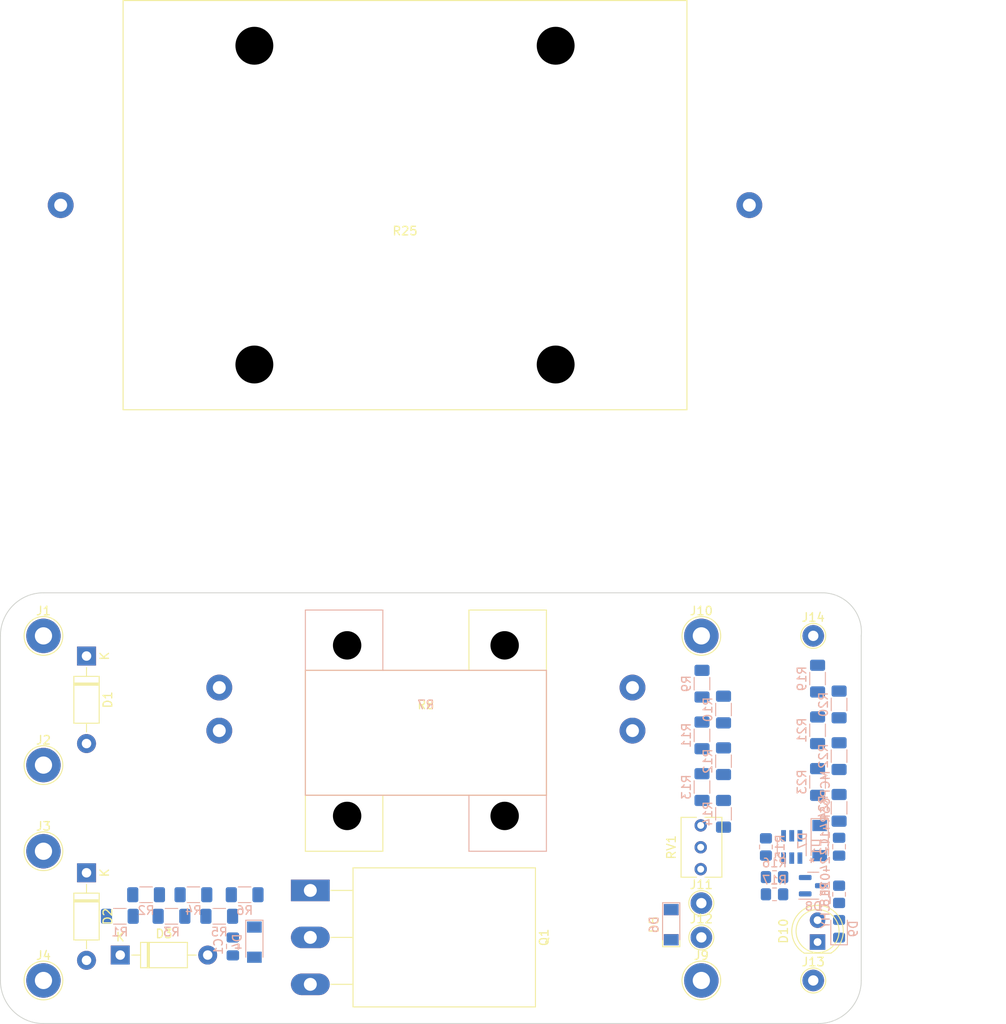
<source format=kicad_pcb>
(kicad_pcb (version 20211014) (generator pcbnew)
  (layers (0 "F.Cu" signal) (31 "B.Cu" signal) (34 "B.Paste" user) (35 "F.Paste" user) (36 "B.SilkS" user "B.Silkscreen") (37 "F.SilkS" user "F.Silkscreen") (38 "B.Mask" user) (39 "F.Mask" user) (44 "Edge.Cuts" user))
  (net 0 "")
  (net 1 "Net-(C1-Pad1)")
  (net 2 "/Vout-")
  (net 3 "/Vsup+")
  (net 4 "/Vmid")
  (net 5 "/Vsup-")
  (net 6 "/Vm+")
  (net 7 "/Vdd")
  (net 8 "Net-(D8-Pad1)")
  (net 10 "/OUT_comp")
  (net 11 "/OUT_LED")
  (net 12 "Net-(Q1-Pad2)")
  (net 13 "Net-(R12-Pad2)")
  (net 14 "/IN+")
  (net 15 "/Vref")
  (net 16 "Net-(R1-Pad2)")
  (net 17 "Net-(R2-Pad2)")
  (net 18 "Net-(R3-Pad2)")
  (net 19 "Net-(R4-Pad2)")
  (net 20 "Net-(R5-Pad2)")
  (net 21 "Net-(R7-Pad1)")
  (net 22 "Net-(R13-Pad2)")
  (net 23 "Net-(R10-Pad1)")
  (net 24 "Net-(R10-Pad2)")
  (net 25 "Net-(R11-Pad2)")
  (net 26 "Net-(R14-Pad2)")
  (net 27 "Net-(R22-Pad2)")
  (net 28 "Net-(R19-Pad2)")
  (net 29 "Net-(R20-Pad2)")
  (net 30 "Net-(R21-Pad2)")
  (net 31 "Net-(R23-Pad2)")
  (footprint "Diode_SMD:D_MiniMELF" (layer "F.Cu") (at 177.925 138.525 90)
    (fp_text reference "D5" (at 0 -2 90) (layer "F.SilkS"))
    (fp_text value "D")
    (fp_line (start -2.55 -1) (end -2.55 1) (layer "F.SilkS") (width 0.12))
    (fp_line (start -2.55 1) (end 1.75 1) (layer "F.SilkS") (width 0.12))
    (fp_line (start 1.75 -1) (end -2.55 -1) (layer "F.SilkS") (width 0.12))
    (pad "1" smd rect (at -1.75 0 90) (size 1.3 1.7) (layers "F.Cu" "F.Paste" "F.Mask") (net 2 "/Vout-"))
    (pad "2" smd rect (at 1.75 0 90) (size 1.3 1.7) (layers "F.Cu" "F.Paste" "F.Mask") (net 6 "/Vm+"))
  )
  (footprint "Diode_THT:D_DO-41_SOD81_P10.16mm_Horizontal" (layer "F.Cu") (at 113.92 142.05)
    (fp_text reference "D3" (at 5.08 -2.47) (layer "F.SilkS"))
    (fp_text value "1N4007")
    (fp_text user "K" (at 0 -2.1) (layer "F.SilkS"))
    (fp_line (start 3.26 -1.47) (end 3.26 1.47) (layer "F.SilkS") (width 0.12))
    (fp_line (start 3.38 -1.47) (end 3.38 1.47) (layer "F.SilkS") (width 0.12))
    (fp_line (start 3.14 -1.47) (end 3.14 1.47) (layer "F.SilkS") (width 0.12))
    (fp_line (start 8.82 0) (end 7.8 0) (layer "F.SilkS") (width 0.12))
    (fp_line (start 1.34 0) (end 2.36 0) (layer "F.SilkS") (width 0.12))
    (fp_line (start 2.36 -1.47) (end 2.36 1.47) (layer "F.SilkS") (width 0.12))
    (fp_line (start 7.8 1.47) (end 7.8 -1.47) (layer "F.SilkS") (width 0.12))
    (fp_line (start 2.36 1.47) (end 7.8 1.47) (layer "F.SilkS") (width 0.12))
    (fp_line (start 7.8 -1.47) (end 2.36 -1.47) (layer "F.SilkS") (width 0.12))
    (pad "1" thru_hole rect (at 0 0) (size 2.2 2.2) (drill 1.1) (layers *.Cu *.Mask) (net 5 "/Vsup-"))
    (pad "2" thru_hole oval (at 10.16 0) (size 2.2 2.2) (drill 1.1) (layers *.Cu *.Mask) (net 2 "/Vout-"))
  )
  (footprint "TestPoint:TestPoint_THTPad_D4.0mm_Drill2.0mm" (layer "F.Cu") (at 105 105)
    (fp_text reference "J1" (at 0 -2.898) (layer "F.SilkS"))
    (fp_text value "B+")
    (fp_circle (center 0 0) (end 0 2.25) (layer "F.SilkS") (width 0.12) (fill none))
    (pad "1" thru_hole circle (at 0 0) (size 4 4) (drill 2) (layers *.Cu *.Mask) (net 3 "/Vsup+"))
  )
  (footprint "Diode_THT:D_DO-41_SOD81_P10.16mm_Horizontal" (layer "F.Cu") (at 110 107.34 -90)
    (fp_text reference "D1" (at 5.08 -2.47 90) (layer "F.SilkS"))
    (fp_text value "1N4007")
    (fp_text user "K" (at 0 -2.1 90) (layer "F.SilkS"))
    (fp_line (start 7.8 -1.47) (end 2.36 -1.47) (layer "F.SilkS") (width 0.12))
    (fp_line (start 3.26 -1.47) (end 3.26 1.47) (layer "F.SilkS") (width 0.12))
    (fp_line (start 2.36 -1.47) (end 2.36 1.47) (layer "F.SilkS") (width 0.12))
    (fp_line (start 1.34 0) (end 2.36 0) (layer "F.SilkS") (width 0.12))
    (fp_line (start 7.8 1.47) (end 7.8 -1.47) (layer "F.SilkS") (width 0.12))
    (fp_line (start 3.14 -1.47) (end 3.14 1.47) (layer "F.SilkS") (width 0.12))
    (fp_line (start 8.82 0) (end 7.8 0) (layer "F.SilkS") (width 0.12))
    (fp_line (start 3.38 -1.47) (end 3.38 1.47) (layer "F.SilkS") (width 0.12))
    (fp_line (start 2.36 1.47) (end 7.8 1.47) (layer "F.SilkS") (width 0.12))
    (pad "1" thru_hole rect (at 0 0 270) (size 2.2 2.2) (drill 1.1) (layers *.Cu *.Mask) (net 3 "/Vsup+"))
    (pad "2" thru_hole oval (at 10.16 0 270) (size 2.2 2.2) (drill 1.1) (layers *.Cu *.Mask) (net 4 "/Vmid"))
  )
  (footprint "LED_THT:LED_D5.0mm" (layer "F.Cu") (at 194.925 140.54 90)
    (fp_text reference "D10" (at 1.27 -3.96 90) (layer "F.SilkS"))
    (fp_text value "LED")
    (fp_line (start -1.29 -1.545) (end -1.29 1.545) (layer "F.SilkS") (width 0.12))
    (fp_arc (start -1.29 -1.54483) (mid 2.072002 -2.880433) (end 4.26 0.000462) (layer "F.SilkS") (width 0.12))
    (fp_arc (start 4.26 -0.000462) (mid 2.072002 2.880433) (end -1.29 1.54483) (layer "F.SilkS") (width 0.12))
    (fp_circle (center 1.27 0) (end 3.77 0) (layer "F.SilkS") (width 0.12) (fill none))
    (pad "1" thru_hole rect (at 0 0 90) (size 1.8 1.8) (drill 0.9) (layers *.Cu *.Mask) (net 2 "/Vout-"))
    (pad "2" thru_hole circle (at 2.54 0 90) (size 1.8 1.8) (drill 0.9) (layers *.Cu *.Mask) (net 11 "/OUT_LED"))
  )
  (footprint "TestPoint:TestPoint_THTPad_D4.0mm_Drill2.0mm" (layer "F.Cu") (at 181.425 105)
    (fp_text reference "J10" (at 0 -2.898) (layer "F.SilkS"))
    (fp_text value "O+")
    (fp_circle (center 0 0) (end 0 2.25) (layer "F.SilkS") (width 0.12) (fill none))
    (pad "1" thru_hole circle (at 0 0) (size 4 4) (drill 2) (layers *.Cu *.Mask) (net 3 "/Vsup+"))
  )
  (footprint "TestPoint:TestPoint_THTPad_D2.5mm_Drill1.2mm" (layer "F.Cu") (at 181.425 140)
    (fp_text reference "J12" (at 0 -2.148) (layer "F.SilkS"))
    (fp_text value "M-")
    (fp_circle (center 0 0) (end 0 1.45) (layer "F.SilkS") (width 0.12) (fill none))
    (pad "1" thru_hole circle (at 0 0) (size 2.5 2.5) (drill 1.2) (layers *.Cu *.Mask) (net 2 "/Vout-"))
  )
  (footprint "TestPoint:TestPoint_THTPad_D4.0mm_Drill2.0mm" (layer "F.Cu") (at 105 120)
    (fp_text reference "J2" (at 0 -2.898) (layer "F.SilkS"))
    (fp_text value "B-")
    (fp_circle (center 0 0) (end 0 2.25) (layer "F.SilkS") (width 0.12) (fill none))
    (pad "1" thru_hole circle (at 0 0) (size 4 4) (drill 2) (layers *.Cu *.Mask) (net 4 "/Vmid"))
  )
  (footprint "TestPoint:TestPoint_THTPad_D4.0mm_Drill2.0mm" (layer "F.Cu") (at 105 145)
    (fp_text reference "J4" (at 0 -2.898) (layer "F.SilkS"))
    (fp_text value "A-")
    (fp_circle (center 0 0) (end 0 2.25) (layer "F.SilkS") (width 0.12) (fill none))
    (pad "1" thru_hole circle (at 0 0) (size 4 4) (drill 2) (layers *.Cu *.Mask) (net 5 "/Vsup-"))
  )
  (footprint "TestPoint:TestPoint_THTPad_D2.5mm_Drill1.2mm" (layer "F.Cu") (at 181.425 136.025)
    (fp_text reference "J11" (at 0 -2.148) (layer "F.SilkS"))
    (fp_text value "M+")
    (fp_circle (center 0 0) (end 0 1.45) (layer "F.SilkS") (width 0.12) (fill none))
    (pad "1" thru_hole circle (at 0 0) (size 2.5 2.5) (drill 1.2) (layers *.Cu *.Mask) (net 6 "/Vm+"))
  )
  (footprint "Potentiometer_THT:Potentiometer_Bourns_3266Y_Vertical" (layer "F.Cu") (at 181.35 127 90)
    (fp_text reference "RV1" (at -2.54 -3.41 90) (layer "F.SilkS"))
    (fp_text value "200k")
    (fp_line (start -6.015 2.46) (end 0.935 2.46) (layer "F.SilkS") (width 0.12))
    (fp_line (start -6.015 -2.28) (end 0.935 -2.28) (layer "F.SilkS") (width 0.12))
    (fp_line (start -6.015 0.496) (end -6.015 2.46) (layer "F.SilkS") (width 0.12))
    (fp_line (start 0.935 0.496) (end 0.935 2.46) (layer "F.SilkS") (width 0.12))
    (fp_line (start -6.015 -2.28) (end -6.015 -0.494) (layer "F.SilkS") (width 0.12))
    (fp_line (start 0.935 -2.28) (end 0.935 -0.494) (layer "F.SilkS") (width 0.12))
    (pad "1" thru_hole circle (at 0 0 90) (size 1.44 1.44) (drill 0.8) (layers *.Cu *.Mask) (net 26 "Net-(R14-Pad2)"))
    (pad "2" thru_hole circle (at -2.54 0 90) (size 1.44 1.44) (drill 0.8) (layers *.Cu *.Mask) (net 6 "/Vm+"))
    (pad "3" thru_hole circle (at -5.08 0 90) (size 1.44 1.44) (drill 0.8) (layers *.Cu *.Mask) (net 6 "/Vm+"))
  )
  (footprint "TestPoint:TestPoint_THTPad_D2.5mm_Drill1.2mm" (layer "F.Cu") (at 194.425 105)
    (fp_text reference "J14" (at 0 -2.148) (layer "F.SilkS"))
    (fp_text value "DC+")
    (fp_circle (center 0 0) (end 0 1.45) (layer "F.SilkS") (width 0.12) (fill none))
    (pad "1" thru_hole circle (at 0 0) (size 2.5 2.5) (drill 1.2) (layers *.Cu *.Mask) (net 3 "/Vsup+"))
  )
  (footprint "footprints:THS2510RJ" (layer "F.Cu") (at 149.425 116 180)
    (fp_text reference "R8" (at 0 3) (layer "F.SilkS"))
    (fp_text value "10")
    (fp_line (start 5 -14) (end 14 -14) (layer "F.SilkS") (width 0.12))
    (fp_line (start -5 14) (end -14 14) (layer "F.SilkS") (width 0.12))
    (fp_line (start -14 -7.5) (end 14 -7.5) (layer "F.SilkS") (width 0.12))
    (fp_line (start -14 7) (end 14 7) (layer "F.SilkS") (width 0.12))
    (fp_line (start -14 14) (end -14 -7.5) (layer "F.SilkS") (width 0.12))
    (fp_line (start 5 -14) (end 5 -7.5) (layer "F.SilkS") (width 0.12))
    (fp_line (start -5 14) (end -5 7) (layer "F.SilkS") (width 0.12))
    (fp_line (start 14 -14) (end 14 7) (layer "F.SilkS") (width 0.12))
    (pad "" np_thru_hole circle (at 9.15 -9.9 180) (size 3.3 3.3) (drill 3.3) (layers *.Mask))
    (pad "" np_thru_hole circle (at -9.15 9.9 180) (size 3.3 3.3) (drill 3.3) (layers *.Mask))
    (pad "1" thru_hole oval (at -24 0 180) (size 3 3) (drill 1.5) (layers *.Cu *.Mask) (net 21 "Net-(R7-Pad1)"))
    (pad "2" thru_hole oval (at 24 5 180) (size 3 3) (drill 1.5) (layers *.Cu *.Mask) (net 12 "Net-(Q1-Pad2)"))
  )
  (footprint "Package_TO_SOT_THT:TO-247-3_Horizontal_TabDown" (layer "F.Cu") (at 136 134.55 -90)
    (fp_text reference "Q1" (at 5.45 -27.15 90) (layer "F.SilkS"))
    (fp_text value "Q_NMOS_GDS")
    (fp_line (start 10.9 -4.96) (end 10.9 -2.4) (layer "F.SilkS") (width 0.12))
    (fp_line (start -2.62 -26.15) (end -2.62 -4.96) (layer "F.SilkS") (width 0.12))
    (fp_line (start 5.45 -4.96) (end 5.45 -2.4) (layer "F.SilkS") (width 0.12))
    (fp_line (start 13.52 -26.15) (end 13.52 -4.96) (layer "F.SilkS") (width 0.12))
    (fp_line (start 0 -4.96) (end 0 -2.4) (layer "F.SilkS") (width 0.12))
    (fp_line (start -2.62 -4.96) (end 13.52 -4.96) (layer "F.SilkS") (width 0.12))
    (fp_line (start -2.62 -26.15) (end 13.52 -26.15) (layer "F.SilkS") (width 0.12))
    (pad "" np_thru_hole oval (at 5.45 -19.86 270) (size 3.6 3.6) (drill 3.6) (layers *.Cu *.Mask))
    (pad "1" thru_hole rect (at 0 0 270) (size 2.5 4.5) (drill 1.5) (layers *.Cu *.Mask) (net 1 "Net-(C1-Pad1)"))
    (pad "2" thru_hole oval (at 5.45 0 270) (size 2.5 4.5) (drill 1.5) (layers *.Cu *.Mask) (net 12 "Net-(Q1-Pad2)"))
    (pad "3" thru_hole oval (at 10.9 0 270) (size 2.5 4.5) (drill 1.5) (layers *.Cu *.Mask) (net 2 "/Vout-"))
  )
  (footprint "TestPoint:TestPoint_THTPad_D4.0mm_Drill2.0mm" (layer "F.Cu") (at 105 130)
    (fp_text reference "J3" (at 0 -2.898) (layer "F.SilkS"))
    (fp_text value "A+")
    (fp_circle (center 0 0) (end 0 2.25) (layer "F.SilkS") (width 0.12) (fill none))
    (pad "1" thru_hole circle (at 0 0) (size 4 4) (drill 2) (layers *.Cu *.Mask) (net 4 "/Vmid"))
  )
  (footprint "TestPoint:TestPoint_THTPad_D4.0mm_Drill2.0mm" (layer "F.Cu") (at 181.425 145)
    (fp_text reference "J9" (at 0 -2.898) (layer "F.SilkS"))
    (fp_text value "O-")
    (fp_circle (center 0 0) (end 0 2.25) (layer "F.SilkS") (width 0.12) (fill none))
    (pad "1" thru_hole circle (at 0 0) (size 4 4) (drill 2) (layers *.Cu *.Mask) (net 2 "/Vout-"))
  )
  (footprint "footprints:HSC100" (layer "F.Cu") (at 147 55)
    (fp_text reference "R25" (at 0 3) (layer "F.SilkS"))
    (fp_text value "47")
    (fp_line (start 32.75 -23.75) (end 32.75 23.75) (layer "F.SilkS") (width 0.12))
    (fp_line (start -32.75 23.75) (end -32.75 -23.75) (layer "F.SilkS") (width 0.12))
    (fp_line (start -32.75 -23.75) (end 32.75 -23.75) (layer "F.SilkS") (width 0.12))
    (fp_line (start -32.75 23.75) (end 32.75 23.75) (layer "F.SilkS") (width 0.12))
    (pad "" np_thru_hole circle (at -17.5 -18.5) (size 4.4 4.4) (drill 4.4) (layers *.Mask))
    (pad "" np_thru_hole circle (at 17.5 18.5) (size 4.4 4.4) (drill 4.4) (layers *.Mask))
    (pad "" np_thru_hole circle (at -17.5 18.5) (size 4.4 4.4) (drill 4.4) (layers *.Mask))
    (pad "" np_thru_hole circle (at 17.5 -18.5) (size 4.4 4.4) (drill 4.4) (layers *.Mask))
    (pad "1" thru_hole oval (at -40 0) (size 3 3) (drill 1.5) (layers *.Cu *.Mask) (net 12 "Net-(Q1-Pad2)"))
    (pad "2" thru_hole oval (at 40 0) (size 3 3) (drill 1.5) (layers *.Cu *.Mask) (net 3 "/Vsup+"))
  )
  (footprint "Diode_THT:D_DO-41_SOD81_P10.16mm_Horizontal" (layer "F.Cu") (at 110 132.5 -90)
    (fp_text reference "D2" (at 5.08 -2.47 90) (layer "F.SilkS"))
    (fp_text value "1N4007")
    (fp_text user "K" (at 0 -2.1 90) (layer "F.SilkS"))
    (fp_line (start 8.82 0) (end 7.8 0) (layer "F.SilkS") (width 0.12))
    (fp_line (start 1.34 0) (end 2.36 0) (layer "F.SilkS") (width 0.12))
    (fp_line (start 3.38 -1.47) (end 3.38 1.47) (layer "F.SilkS") (width 0.12))
    (fp_line (start 3.26 -1.47) (end 3.26 1.47) (layer "F.SilkS") (width 0.12))
    (fp_line (start 7.8 -1.47) (end 2.36 -1.47) (layer "F.SilkS") (width 0.12))
    (fp_line (start 2.36 -1.47) (end 2.36 1.47) (layer "F.SilkS") (width 0.12))
    (fp_line (start 7.8 1.47) (end 7.8 -1.47) (layer "F.SilkS") (width 0.12))
    (fp_line (start 2.36 1.47) (end 7.8 1.47) (layer "F.SilkS") (width 0.12))
    (fp_line (start 3.14 -1.47) (end 3.14 1.47) (layer "F.SilkS") (width 0.12))
    (pad "1" thru_hole rect (at 0 0 270) (size 2.2 2.2) (drill 1.1) (layers *.Cu *.Mask) (net 4 "/Vmid"))
    (pad "2" thru_hole oval (at 10.16 0 270) (size 2.2 2.2) (drill 1.1) (layers *.Cu *.Mask) (net 5 "/Vsup-"))
  )
  (footprint "TestPoint:TestPoint_THTPad_D2.5mm_Drill1.2mm" (layer "F.Cu") (at 194.425 145)
    (fp_text reference "J13" (at 0 -2.148) (layer "F.SilkS"))
    (fp_text value "DC-")
    (fp_circle (center 0 0) (end 0 1.45) (layer "F.SilkS") (width 0.12) (fill none))
    (pad "1" thru_hole circle (at 0 0) (size 2.5 2.5) (drill 1.2) (layers *.Cu *.Mask) (net 2 "/Vout-"))
  )
  (footprint "Resistor_SMD:R_0805_2012Metric_Pad1.20x1.40mm_HandSolder" (layer "B.Cu") (at 197.425 135 -90)
    (fp_text reference "R18" (at 0 1.65 90) (layer "B.SilkS") (effects (justify mirror)))
    (fp_text value "470")
    (fp_line (start -0.227064 0.735) (end 0.227064 0.735) (layer "B.SilkS") (width 0.12))
    (fp_line (start -0.227064 -0.735) (end 0.227064 -0.735) (layer "B.SilkS") (width 0.12))
    (pad "1" smd roundrect (at -1 0 270) (size 1.2 1.4) (layers "B.Cu" "B.Paste" "B.Mask") (roundrect_rratio 0.208333) (net 10 "/OUT_comp"))
    (pad "2" smd roundrect (at 1 0 270) (size 1.2 1.4) (layers "B.Cu" "B.Paste" "B.Mask") (roundrect_rratio 0.208333) (net 11 "/OUT_LED"))
  )
  (footprint "Resistor_SMD:R_1206_3216Metric_Pad1.30x1.75mm_HandSolder" (layer "B.Cu") (at 113.87 137.55)
    (fp_text reference "R1" (at 0 1.82) (layer "B.SilkS") (effects (justify mirror)))
    (fp_text value "330k")
    (fp_line (start -0.727064 -0.91) (end 0.727064 -0.91) (layer "B.SilkS") (width 0.12))
    (fp_line (start -0.727064 0.91) (end 0.727064 0.91) (layer "B.SilkS") (width 0.12))
    (pad "1" smd roundrect (at -1.55 0) (size 1.3 1.75) (layers "B.Cu" "B.Paste" "B.Mask") (roundrect_rratio 0.192308) (net 5 "/Vsup-"))
    (pad "2" smd roundrect (at 1.55 0) (size 1.3 1.75) (layers "B.Cu" "B.Paste" "B.Mask") (roundrect_rratio 0.192308) (net 16 "Net-(R1-Pad2)"))
  )
  (footprint "Resistor_SMD:R_1206_3216Metric_Pad1.30x1.75mm_HandSolder" (layer "B.Cu") (at 125.42 137.55)
    (fp_text reference "R5" (at 0 1.82) (layer "B.SilkS") (effects (justify mirror)))
    (fp_text value "330k")
    (fp_line (start -0.727064 -0.91) (end 0.727064 -0.91) (layer "B.SilkS") (width 0.12))
    (fp_line (start -0.727064 0.91) (end 0.727064 0.91) (layer "B.SilkS") (width 0.12))
    (pad "1" smd roundrect (at -1.55 0) (size 1.3 1.75) (layers "B.Cu" "B.Paste" "B.Mask") (roundrect_rratio 0.192308) (net 19 "Net-(R4-Pad2)"))
    (pad "2" smd roundrect (at 1.55 0) (size 1.3 1.75) (layers "B.Cu" "B.Paste" "B.Mask") (roundrect_rratio 0.192308) (net 20 "Net-(R5-Pad2)"))
  )
  (footprint "Resistor_SMD:R_1206_3216Metric_Pad1.30x1.75mm_HandSolder" (layer "B.Cu") (at 181.5 116.55 -90)
    (fp_text reference "R11" (at 0 1.82 90) (layer "B.SilkS") (effects (justify mirror)))
    (fp_text value "2M")
    (fp_line (start -0.727064 -0.91) (end 0.727064 -0.91) (layer "B.SilkS") (width 0.12))
    (fp_line (start -0.727064 0.91) (end 0.727064 0.91) (layer "B.SilkS") (width 0.12))
    (pad "1" smd roundrect (at -1.55 0 270) (size 1.3 1.75) (layers "B.Cu" "B.Paste" "B.Mask") (roundrect_rratio 0.192308) (net 24 "Net-(R10-Pad2)"))
    (pad "2" smd roundrect (at 1.55 0 270) (size 1.3 1.75) (layers "B.Cu" "B.Paste" "B.Mask") (roundrect_rratio 0.192308) (net 25 "Net-(R11-Pad2)"))
  )
  (footprint "Package_TO_SOT_SMD:SOT-23" (layer "B.Cu") (at 194.425 134)
    (fp_text reference "D8" (at 0 2.4) (layer "B.SilkS") (effects (justify mirror)))
    (fp_text value "BAT54W")
    (fp_line (start 0 1.56) (end -1.675 1.56) (layer "B.SilkS") (width 0.12))
    (fp_line (start 0 -1.56) (end -0.65 -1.56) (layer "B.SilkS") (width 0.12))
    (fp_line (start 0 -1.56) (end 0.65 -1.56) (layer "B.SilkS") (width 0.12))
    (fp_line (start 0 1.56) (end 0.65 1.56) (layer "B.SilkS") (width 0.12))
    (pad "1" smd roundrect (at -0.9375 0.95) (size 1.475 0.6) (layers "B.Cu" "B.Paste" "B.Mask") (net 8 "Net-(D8-Pad1)"))
    (pad "2" smd roundrect (at -0.9375 -0.95) (size 1.475 0.6) (layers "B.Cu" "B.Paste" "B.Mask"))
    (pad "3" smd roundrect (at 0.9375 0) (size 1.475 0.6) (layers "B.Cu" "B.Paste" "B.Mask") (net 10 "/OUT_comp"))
  )
  (footprint "Capacitor_SMD:C_0805_2012Metric_Pad1.18x1.45mm_HandSolder" (layer "B.Cu") (at 197.425 129.4725 -90)
    (fp_text reference "C2" (at 0 1.68 90) (layer "B.SilkS") (effects (justify mirror)))
    (fp_text value "10u")
    (fp_line (start -0.261252 -0.735) (end 0.261252 -0.735) (layer "B.SilkS") (width 0.12))
    (fp_line (start -0.261252 0.735) (end 0.261252 0.735) (layer "B.SilkS") (width 0.12))
    (pad "1" smd roundrect (at -1.0375 0 270) (size 1.175 1.45) (layers "B.Cu" "B.Paste" "B.Mask") (roundrect_rratio 0.212766) (net 7 "/Vdd"))
    (pad "2" smd roundrect (at 1.0375 0 270) (size 1.175 1.45) (layers "B.Cu" "B.Paste" "B.Mask") (roundrect_rratio 0.212766) (net 2 "/Vout-"))
  )
  (footprint "Resistor_SMD:R_1206_3216Metric_Pad1.30x1.75mm_HandSolder" (layer "B.Cu") (at 194.925 115.96 -90)
    (fp_text reference "R21" (at 0 1.82 90) (layer "B.SilkS") (effects (justify mirror)))
    (fp_text value "330k")
    (fp_line (start -0.727064 -0.91) (end 0.727064 -0.91) (layer "B.SilkS") (width 0.12))
    (fp_line (start -0.727064 0.91) (end 0.727064 0.91) (layer "B.SilkS") (width 0.12))
    (pad "1" smd roundrect (at -1.55 0 270) (size 1.3 1.75) (layers "B.Cu" "B.Paste" "B.Mask") (roundrect_rratio 0.192308) (net 29 "Net-(R20-Pad2)"))
    (pad "2" smd roundrect (at 1.55 0 270) (size 1.3 1.75) (layers "B.Cu" "B.Paste" "B.Mask") (roundrect_rratio 0.192308) (net 30 "Net-(R21-Pad2)"))
  )
  (footprint "Resistor_SMD:R_1206_3216Metric_Pad1.30x1.75mm_HandSolder" (layer "B.Cu") (at 116.92 135.05)
    (fp_text reference "R2" (at 0 1.82) (layer "B.SilkS") (effects (justify mirror)))
    (fp_text value "330k")
    (fp_line (start -0.727064 0.91) (end 0.727064 0.91) (layer "B.SilkS") (width 0.12))
    (fp_line (start -0.727064 -0.91) (end 0.727064 -0.91) (layer "B.SilkS") (width 0.12))
    (pad "1" smd roundrect (at -1.55 0) (size 1.3 1.75) (layers "B.Cu" "B.Paste" "B.Mask") (roundrect_rratio 0.192308) (net 16 "Net-(R1-Pad2)"))
    (pad "2" smd roundrect (at 1.55 0) (size 1.3 1.75) (layers "B.Cu" "B.Paste" "B.Mask") (roundrect_rratio 0.192308) (net 17 "Net-(R2-Pad2)"))
  )
  (footprint "Capacitor_SMD:C_0805_2012Metric_Pad1.18x1.45mm_HandSolder" (layer "B.Cu") (at 127 141.05 -90)
    (fp_text reference "C1" (at 0 1.68 90) (layer "B.SilkS") (effects (justify mirror)))
    (fp_text value "1n")
    (fp_line (start -0.261252 0.735) (end 0.261252 0.735) (layer "B.SilkS") (width 0.12))
    (fp_line (start -0.261252 -0.735) (end 0.261252 -0.735) (layer "B.SilkS") (width 0.12))
    (pad "1" smd roundrect (at -1.0375 0 270) (size 1.175 1.45) (layers "B.Cu" "B.Paste" "B.Mask") (roundrect_rratio 0.212766) (net 1 "Net-(C1-Pad1)"))
    (pad "2" smd roundrect (at 1.0375 0 270) (size 1.175 1.45) (layers "B.Cu" "B.Paste" "B.Mask") (roundrect_rratio 0.212766) (net 2 "/Vout-"))
  )
  (footprint "footprints:THS2510RJ" (layer "B.Cu") (at 149.425 116)
    (fp_text reference "R7" (at 0 -3) (layer "B.SilkS") (effects (justify mirror)))
    (fp_text value "10")
    (fp_line (start -5 -14) (end -14 -14) (layer "B.SilkS") (width 0.12))
    (fp_line (start 5 14) (end 5 7.5) (layer "B.SilkS") (width 0.12))
    (fp_line (start -5 -14) (end -5 -7) (layer "B.SilkS") (width 0.12))
    (fp_line (start 14 14) (end 14 -7) (layer "B.SilkS") (width 0.12))
    (fp_line (start -14 7.5) (end 14 7.5) (layer "B.SilkS") (width 0.12))
    (fp_line (start 5 14) (end 14 14) (layer "B.SilkS") (width 0.12))
    (fp_line (start -14 -14) (end -14 7.5) (layer "B.SilkS") (width 0.12))
    (fp_line (start -14 -7) (end 14 -7) (layer "B.SilkS") (width 0.12))
    (pad "" np_thru_hole circle (at 9.15 9.9) (size 3.3 3.3) (drill 3.3) (layers *.Mask))
    (pad "" np_thru_hole circle (at -9.15 -9.9) (size 3.3 3.3) (drill 3.3) (layers *.Mask))
    (pad "1" thru_hole oval (at -24 0) (size 3 3) (drill 1.5) (layers *.Cu *.Mask) (net 21 "Net-(R7-Pad1)"))
    (pad "2" thru_hole oval (at 24 -5) (size 3 3) (drill 1.5) (layers *.Cu *.Mask) (net 3 "/Vsup+"))
  )
  (footprint "Diode_SMD:D_MiniMELF" (layer "B.Cu") (at 195.175 128.76 -90)
    (fp_text reference "D7" (at 0 2 90) (layer "B.SilkS") (effects (justify mirror)))
    (fp_text value "5V1 DNP")
    (fp_line (start -2.55 -1) (end 1.75 -1) (layer "B.SilkS") (width 0.12))
    (fp_line (start 1.75 1) (end -2.55 1) (layer "B.SilkS") (width 0.12))
    (fp_line (start -2.55 1) (end -2.55 -1) (layer "B.SilkS") (width 0.12))
    (pad "1" smd rect (at -1.75 0 270) (size 1.3 1.7) (layers "B.Cu" "B.Paste" "B.Mask") (net 7 "/Vdd"))
    (pad "2" smd rect (at 1.75 0 270) (size 1.3 1.7) (layers "B.Cu" "B.Paste" "B.Mask") (net 2 "/Vout-"))
  )
  (footprint "Resistor_SMD:R_1206_3216Metric_Pad1.30x1.75mm_HandSolder" (layer "B.Cu") (at 197.425 118.96 -90)
    (fp_text reference "R22" (at 0 1.82 90) (layer "B.SilkS") (effects (justify mirror)))
    (fp_text value "330k")
    (fp_line (start -0.727064 0.91) (end 0.727064 0.91) (layer "B.SilkS") (width 0.12))
    (fp_line (start -0.727064 -0.91) (end 0.727064 -0.91) (layer "B.SilkS") (width 0.12))
    (pad "1" smd roundrect (at -1.55 0 270) (size 1.3 1.75) (layers "B.Cu" "B.Paste" "B.Mask") (roundrect_rratio 0.192308) (net 30 "Net-(R21-Pad2)"))
    (pad "2" smd roundrect (at 1.55 0 270) (size 1.3 1.75) (layers "B.Cu" "B.Paste" "B.Mask") (roundrect_rratio 0.192308) (net 27 "Net-(R22-Pad2)"))
  )
  (footprint "Resistor_SMD:R_0805_2012Metric_Pad1.20x1.40mm_HandSolder" (layer "B.Cu") (at 189.925 133 180)
    (fp_text reference "R16" (at 0 1.65) (layer "B.SilkS") (effects (justify mirror)))
    (fp_text value "330k")
    (fp_line (start -0.227064 0.735) (end 0.227064 0.735) (layer "B.SilkS") (width 0.12))
    (fp_line (start -0.227064 -0.735) (end 0.227064 -0.735) (layer "B.SilkS") (width 0.12))
    (pad "1" smd roundrect (at -1 0 180) (size 1.2 1.4) (layers "B.Cu" "B.Paste" "B.Mask") (roundrect_rratio 0.208333) (net 2 "/Vout-"))
    (pad "2" smd roundrect (at 1 0 180) (size 1.2 1.4) (layers "B.Cu" "B.Paste" "B.Mask") (roundrect_rratio 0.208333) (net 14 "/IN+"))
  )
  (footprint "Resistor_SMD:R_1206_3216Metric_Pad1.30x1.75mm_HandSolder" (layer "B.Cu") (at 194.925 121.96 -90)
    (fp_text reference "R23" (at 0 1.82 90) (layer "B.SilkS") (effects (justify mirror)))
    (fp_text value "330k")
    (fp_line (start -0.727064 -0.91) (end 0.727064 -0.91) (layer "B.SilkS") (width 0.12))
    (fp_line (start -0.727064 0.91) (end 0.727064 0.91) (layer "B.SilkS") (width 0.12))
    (pad "1" smd roundrect (at -1.55 0 270) (size 1.3 1.75) (layers "B.Cu" "B.Paste" "B.Mask") (roundrect_rratio 0.192308) (net 27 "Net-(R22-Pad2)"))
    (pad "2" smd roundrect (at 1.55 0 270) (size 1.3 1.75) (layers "B.Cu" "B.Paste" "B.Mask") (roundrect_rratio 0.192308) (net 31 "Net-(R23-Pad2)"))
  )
  (footprint "Resistor_SMD:R_1206_3216Metric_Pad1.30x1.75mm_HandSolder" (layer "B.Cu") (at 128.37 135.05)
    (fp_text reference "R6" (at 0 1.82) (layer "B.SilkS") (effects (justify mirror)))
    (fp_text value "330k")
    (fp_line (start -0.727064 -0.91) (end 0.727064 -0.91) (layer "B.SilkS") (width 0.12))
    (fp_line (start -0.727064 0.91) (end 0.727064 0.91) (layer "B.SilkS") (width 0.12))
    (pad "1" smd roundrect (at -1.55 0) (size 1.3 1.75) (layers "B.Cu" "B.Paste" "B.Mask") (roundrect_rratio 0.192308) (net 20 "Net-(R5-Pad2)"))
    (pad "2" smd roundrect (at 1.55 0) (size 1.3 1.75) (layers "B.Cu" "B.Paste" "B.Mask") (roundrect_rratio 0.192308) (net 1 "Net-(C1-Pad1)"))
  )
  (footprint "Resistor_SMD:R_0805_2012Metric_Pad1.20x1.40mm_HandSolder" (layer "B.Cu") (at 188.925 129.5 90)
    (fp_text reference "R15" (at 0 1.65 90) (layer "B.SilkS") (effects (justify mirror)))
    (fp_text value "560k")
    (fp_line (start -0.227064 0.735) (end 0.227064 0.735) (layer "B.SilkS") (width 0.12))
    (fp_line (start -0.227064 -0.735) (end 0.227064 -0.735) (layer "B.SilkS") (width 0.12))
    (pad "1" smd roundrect (at -1 0 90) (size 1.2 1.4) (layers "B.Cu" "B.Paste" "B.Mask") (roundrect_rratio 0.208333) (net 14 "/IN+"))
    (pad "2" smd roundrect (at 1 0 90) (size 1.2 1.4) (layers "B.Cu" "B.Paste" "B.Mask") (roundrect_rratio 0.208333) (net 7 "/Vdd"))
  )
  (footprint "Resistor_SMD:R_1206_3216Metric_Pad1.30x1.75mm_HandSolder" (layer "B.Cu") (at 181.5 122.55 -90)
    (fp_text reference "R13" (at 0 1.82 90) (layer "B.SilkS") (effects (justify mirror)))
    (fp_text value "2M")
    (fp_line (start -0.727064 -0.91) (end 0.727064 -0.91) (layer "B.SilkS") (width 0.12))
    (fp_line (start -0.727064 0.91) (end 0.727064 0.91) (layer "B.SilkS") (width 0.12))
    (pad "1" smd roundrect (at -1.55 0 270) (size 1.3 1.75) (layers "B.Cu" "B.Paste" "B.Mask") (roundrect_rratio 0.192308) (net 13 "Net-(R12-Pad2)"))
    (pad "2" smd roundrect (at 1.55 0 270) (size 1.3 1.75) (layers "B.Cu" "B.Paste" "B.Mask") (roundrect_rratio 0.192308) (net 22 "Net-(R13-Pad2)"))
  )
  (footprint "Resistor_SMD:R_1206_3216Metric_Pad1.30x1.75mm_HandSolder" (layer "B.Cu") (at 197.425 112.96 -90)
    (fp_text reference "R20" (at 0 1.82 90) (layer "B.SilkS") (effects (justify mirror)))
    (fp_text value "330k")
    (fp_line (start -0.727064 0.91) (end 0.727064 0.91) (layer "B.SilkS") (width 0.12))
    (fp_line (start -0.727064 -0.91) (end 0.727064 -0.91) (layer "B.SilkS") (width 0.12))
    (pad "1" smd roundrect (at -1.55 0 270) (size 1.3 1.75) (layers "B.Cu" "B.Paste" "B.Mask") (roundrect_rratio 0.192308) (net 28 "Net-(R19-Pad2)"))
    (pad "2" smd roundrect (at 1.55 0 270) (size 1.3 1.75) (layers "B.Cu" "B.Paste" "B.Mask") (roundrect_rratio 0.192308) (net 29 "Net-(R20-Pad2)"))
  )
  (footprint "Resistor_SMD:R_1206_3216Metric_Pad1.30x1.75mm_HandSolder" (layer "B.Cu") (at 184 119.55 -90)
    (fp_text reference "R12" (at 0 1.82 90) (layer "B.SilkS") (effects (justify mirror)))
    (fp_text value "2M")
    (fp_line (start -0.727064 0.91) (end 0.727064 0.91) (layer "B.SilkS") (width 0.12))
    (fp_line (start -0.727064 -0.91) (end 0.727064 -0.91) (layer "B.SilkS") (width 0.12))
    (pad "1" smd roundrect (at -1.55 0 270) (size 1.3 1.75) (layers "B.Cu" "B.Paste" "B.Mask") (roundrect_rratio 0.192308) (net 25 "Net-(R11-Pad2)"))
    (pad "2" smd roundrect (at 1.55 0 270) (size 1.3 1.75) (layers "B.Cu" "B.Paste" "B.Mask") (roundrect_rratio 0.192308) (net 13 "Net-(R12-Pad2)"))
  )
  (footprint "footprints:MCP65R41T-2402E" (layer "B.Cu") (at 191.925 129.5 90)
    (fp_text reference "U1" (at 0 2.9 90) (layer "B.SilkS") (effects (justify mirror)))
    (fp_text value "MCP65R41T-2402E_CHY" (at -0.3 3.9 90) (layer "B.SilkS") (effects (justify mirror)))
    (fp_text user "*" (at -1.5494 2.6518 90) (layer "B.SilkS") (effects (justify mirror)))
    (fp_text user "*" (at -1.5494 2.6518 90) (layer "B.SilkS") (effects (justify mirror)))
    (fp_line (start -1.0287 -1.6764) (end 1.0287 -1.6764) (layer "B.SilkS") (width 0.12))
    (fp_line (start 1.0287 1.6764) (end -1.0287 1.6764) (layer "B.SilkS") (width 0.12))
    (pad "1" smd rect locked (at -1.2954 0.950001 90) (size 1.3208 0.5588) (layers "B.Cu" "B.Paste" "B.Mask") (net 10 "/OUT_comp"))
    (pad "2" smd rect locked (at -1.2954 0 90) (size 1.3208 0.5588) (layers "B.Cu" "B.Paste" "B.Mask") (net 2 "/Vout-"))
    (pad "3" smd rect locked (at -1.2954 -0.950001 90) (size 1.3208 0.5588) (layers "B.Cu" "B.Paste" "B.Mask") (net 14 "/IN+"))
    (pad "4" smd rect locked (at 1.2954 -0.950001 90) (size 1.3208 0.5588) (layers "B.Cu" "B.Paste" "B.Mask") (net 15 "/Vref"))
    (pad "5" smd rect locked (at 1.2954 0 90) (size 1.3208 0.5588) (layers "B.Cu" "B.Paste" "B.Mask") (net 15 "/Vref"))
    (pad "6" smd rect locked (at 1.2954 0.950001 90) (size 1.3208 0.5588) (layers "B.Cu" "B.Paste" "B.Mask") (net 7 "/Vdd"))
  )
  (footprint "Resistor_SMD:R_1206_3216Metric_Pad1.30x1.75mm_HandSolder" (layer "B.Cu") (at 184 125.65 -90)
    (fp_text reference "R14" (at 0 1.82 90) (layer "B.SilkS") (effects (justify mirror)))
    (fp_text value "2M")
    (fp_line (start -0.727064 -0.91) (end 0.727064 -0.91) (layer "B.SilkS") (width 0.12))
    (fp_line (start -0.727064 0.91) (end 0.727064 0.91) (layer "B.SilkS") (width 0.12))
    (pad "1" smd roundrect (at -1.55 0 270) (size 1.3 1.75) (layers "B.Cu" "B.Paste" "B.Mask") (roundrect_rratio 0.192308) (net 22 "Net-(R13-Pad2)"))
    (pad "2" smd roundrect (at 1.55 0 270) (size 1.3 1.75) (layers "B.Cu" "B.Paste" "B.Mask") (roundrect_rratio 0.192308) (net 26 "Net-(R14-Pad2)"))
  )
  (footprint "Resistor_SMD:R_0805_2012Metric_Pad1.20x1.40mm_HandSolder" (layer "B.Cu") (at 189.925 135 180)
    (fp_text reference "R17" (at 0 1.65) (layer "B.SilkS") (effects (justify mirror)))
    (fp_text value "560k")
    (fp_line (start -0.227064 -0.735) (end 0.227064 -0.735) (layer "B.SilkS") (width 0.12))
    (fp_line (start -0.227064 0.735) (end 0.227064 0.735) (layer "B.SilkS") (width 0.12))
    (pad "1" smd roundrect (at -1 0 180) (size 1.2 1.4) (layers "B.Cu" "B.Paste" "B.Mask") (roundrect_rratio 0.208333) (net 8 "Net-(D8-Pad1)"))
    (pad "2" smd roundrect (at 1 0 180) (size 1.2 1.4) (layers "B.Cu" "B.Paste" "B.Mask") (roundrect_rratio 0.208333) (net 14 "/IN+"))
  )
  (footprint "Resistor_SMD:R_1206_3216Metric_Pad1.30x1.75mm_HandSolder" (layer "B.Cu") (at 197.425 124.96 -90)
    (fp_text reference "R24" (at 0 1.82 90) (layer "B.SilkS") (effects (justify mirror)))
    (fp_text value "330k")
    (fp_line (start -0.727064 -0.91) (end 0.727064 -0.91) (layer "B.SilkS") (width 0.12))
    (fp_line (start -0.727064 0.91) (end 0.727064 0.91) (layer "B.SilkS") (width 0.12))
    (pad "1" smd roundrect (at -1.55 0 270) (size 1.3 1.75) (layers "B.Cu" "B.Paste" "B.Mask") (roundrect_rratio 0.192308) (net 31 "Net-(R23-Pad2)"))
    (pad "2" smd roundrect (at 1.55 0 270) (size 1.3 1.75) (layers "B.Cu" "B.Paste" "B.Mask") (roundrect_rratio 0.192308) (net 7 "/Vdd"))
  )
  (footprint "Resistor_SMD:R_1206_3216Metric_Pad1.30x1.75mm_HandSolder" (layer "B.Cu") (at 122.42 135.05)
    (fp_text reference "R4" (at 0 1.82) (layer "B.SilkS") (effects (justify mirror)))
    (fp_text value "330k")
    (fp_line (start -0.727064 0.91) (end 0.727064 0.91) (layer "B.SilkS") (width 0.12))
    (fp_line (start -0.727064 -0.91) (end 0.727064 -0.91) (layer "B.SilkS") (width 0.12))
    (pad "1" smd roundrect (at -1.55 0) (size 1.3 1.75) (layers "B.Cu" "B.Paste" "B.Mask") (roundrect_rratio 0.192308) (net 18 "Net-(R3-Pad2)"))
    (pad "2" smd roundrect (at 1.55 0) (size 1.3 1.75) (layers "B.Cu" "B.Paste" "B.Mask") (roundrect_rratio 0.192308) (net 19 "Net-(R4-Pad2)"))
  )
  (footprint "Diode_SMD:D_MiniMELF" (layer "B.Cu") (at 177.925 138.525 -90)
    (fp_text reference "D6" (at 0 2 90) (layer "B.SilkS") (effects (justify mirror)))
    (fp_text value "D")
    (fp_line (start -2.55 -1) (end 1.75 -1) (layer "B.SilkS") (width 0.12))
    (fp_line (start 1.75 1) (end -2.55 1) (layer "B.SilkS") (width 0.12))
    (fp_line (start -2.55 1) (end -2.55 -1) (layer "B.SilkS") (width 0.12))
    (pad "1" smd rect (at -1.75 0 270) (size 1.3 1.7) (layers "B.Cu" "B.Paste" "B.Mask") (net 6 "/Vm+"))
    (pad "2" smd rect (at 1.75 0 270) (size 1.3 1.7) (layers "B.Cu" "B.Paste" "B.Mask") (net 2 "/Vout-"))
  )
  (footprint "Resistor_SMD:R_1206_3216Metric_Pad1.30x1.75mm_HandSolder" (layer "B.Cu") (at 194.925 109.96 -90)
    (fp_text reference "R19" (at 0 1.82 90) (layer "B.SilkS") (effects (justify mirror)))
    (fp_text value "330k")
    (fp_line (start -0.727064 0.91) (end 0.727064 0.91) (layer "B.SilkS") (width 0.12))
    (fp_line (start -0.727064 -0.91) (end 0.727064 -0.91) (layer "B.SilkS") (width 0.12))
    (pad "1" smd roundrect (at -1.55 0 270) (size 1.3 1.75) (layers "B.Cu" "B.Paste" "B.Mask") (roundrect_rratio 0.192308) (net 3 "/Vsup+"))
    (pad "2" smd roundrect (at 1.55 0 270) (size 1.3 1.75) (layers "B.Cu" "B.Paste" "B.Mask") (roundrect_rratio 0.192308) (net 28 "Net-(R19-Pad2)"))
  )
  (footprint "LED_SMD:LED_0805_2012Metric_Pad1.15x1.40mm_HandSolder" (layer "B.Cu") (at 197.425 139 90)
    (fp_text reference "D9" (at 0 1.65 90) (layer "B.SilkS") (effects (justify mirror)))
    (fp_text value "LED")
    (fp_line (start -1.86 -0.96) (end 1 -0.96) (layer "B.SilkS") (width 0.12))
    (fp_line (start 1 0.96) (end -1.86 0.96) (layer "B.SilkS") (width 0.12))
    (fp_line (start -1.86 0.96) (end -1.86 -0.96) (layer "B.SilkS") (width 0.12))
    (pad "1" smd roundrect (at -1.025 0 90) (size 1.15 1.4) (layers "B.Cu" "B.Paste" "B.Mask") (roundrect_rratio 0.217391) (net 2 "/Vout-"))
    (pad "2" smd roundrect (at 1.025 0 90) (size 1.15 1.4) (layers "B.Cu" "B.Paste" "B.Mask") (roundrect_rratio 0.217391) (net 11 "/OUT_LED"))
  )
  (footprint "Diode_SMD:D_MiniMELF" (layer "B.Cu") (at 129.5 140.55 -90)
    (fp_text reference "D4" (at 0 2 90) (layer "B.SilkS") (effects (justify mirror)))
    (fp_text value "BZV55B15")
    (fp_line (start 1.75 1) (end -2.55 1) (layer "B.SilkS") (width 0.12))
    (fp_line (start -2.55 1) (end -2.55 -1) (layer "B.SilkS") (width 0.12))
    (fp_line (start -2.55 -1) (end 1.75 -1) (layer "B.SilkS") (width 0.12))
    (pad "1" smd rect (at -1.75 0 270) (size 1.3 1.7) (layers "B.Cu" "B.Paste" "B.Mask") (net 1 "Net-(C1-Pad1)"))
    (pad "2" smd rect (at 1.75 0 270) (size 1.3 1.7) (layers "B.Cu" "B.Paste" "B.Mask") (net 2 "/Vout-"))
  )
  (footprint "Resistor_SMD:R_1206_3216Metric_Pad1.30x1.75mm_HandSolder" (layer "B.Cu") (at 181.5 110.55 -90)
    (fp_text reference "R9" (at 0 1.82 90) (layer "B.SilkS") (effects (justify mirror)))
    (fp_text value "2M")
    (fp_line (start -0.727064 -0.91) (end 0.727064 -0.91) (layer "B.SilkS") (width 0.12))
    (fp_line (start -0.727064 0.91) (end 0.727064 0.91) (layer "B.SilkS") (width 0.12))
    (pad "1" smd roundrect (at -1.55 0 270) (size 1.3 1.75) (layers "B.Cu" "B.Paste" "B.Mask") (roundrect_rratio 0.192308) (net 3 "/Vsup+"))
    (pad "2" smd roundrect (at 1.55 0 270) (size 1.3 1.75) (layers "B.Cu" "B.Paste" "B.Mask") (roundrect_rratio 0.192308) (net 23 "Net-(R10-Pad1)"))
  )
  (footprint "Resistor_SMD:R_1206_3216Metric_Pad1.30x1.75mm_HandSolder" (layer "B.Cu") (at 184 113.55 -90)
    (fp_text reference "R10" (at 0 1.82 90) (layer "B.SilkS") (effects (justify mirror)))
    (fp_text value "2M")
    (fp_line (start -0.727064 -0.91) (end 0.727064 -0.91) (layer "B.SilkS") (width 0.12))
    (fp_line (start -0.727064 0.91) (end 0.727064 0.91) (layer "B.SilkS") (width 0.12))
    (pad "1" smd roundrect (at -1.55 0 270) (size 1.3 1.75) (layers "B.Cu" "B.Paste" "B.Mask") (roundrect_rratio 0.192308) (net 23 "Net-(R10-Pad1)"))
    (pad "2" smd roundrect (at 1.55 0 270) (size 1.3 1.75) (layers "B.Cu" "B.Paste" "B.Mask") (roundrect_rratio 0.192308) (net 24 "Net-(R10-Pad2)"))
  )
  (footprint "Resistor_SMD:R_1206_3216Metric_Pad1.30x1.75mm_HandSolder" (layer "B.Cu") (at 119.87 137.55)
    (fp_text reference "R3" (at 0 1.82) (layer "B.SilkS") (effects (justify mirror)))
    (fp_text value "330k")
    (fp_line (start -0.727064 0.91) (end 0.727064 0.91) (layer "B.SilkS") (width 0.12))
    (fp_line (start -0.727064 -0.91) (end 0.727064 -0.91) (layer "B.SilkS") (width 0.12))
    (pad "1" smd roundrect (at -1.55 0) (size 1.3 1.75) (layers "B.Cu" "B.Paste" "B.Mask") (roundrect_rratio 0.192308) (net 17 "Net-(R2-Pad2)"))
    (pad "2" smd roundrect (at 1.55 0) (size 1.3 1.75) (layers "B.Cu" "B.Paste" "B.Mask") (roundrect_rratio 0.192308) (net 18 "Net-(R3-Pad2)"))
  )
  (gr_line (start 200 105) (end 200 145) (layer "Edge.Cuts") (width 0.1))
  (gr_arc (start 100 105) (mid 101.464466 101.464466) (end 105 100) (layer "Edge.Cuts") (width 0.1))
  (gr_line (start 100 145) (end 100 105) (layer "Edge.Cuts") (width 0.1))
  (gr_arc (start 200 145) (mid 198.535534 148.535534) (end 195 150) (layer "Edge.Cuts") (width 0.1))
  (gr_line (start 105 100) (end 195.464466 100) (layer "Edge.Cuts") (width 0.1))
  (gr_line (start 195 150) (end 105 150) (layer "Edge.Cuts") (width 0.1))
  (gr_arc (start 195.464466 100) (mid 198.839783 101.495334) (end 200 105) (layer "Edge.Cuts") (width 0.1))
  (gr_arc (start 105 150) (mid 101.464466 148.535534) (end 100 145) (layer "Edge.Cuts") (width 0.1))
)
</source>
